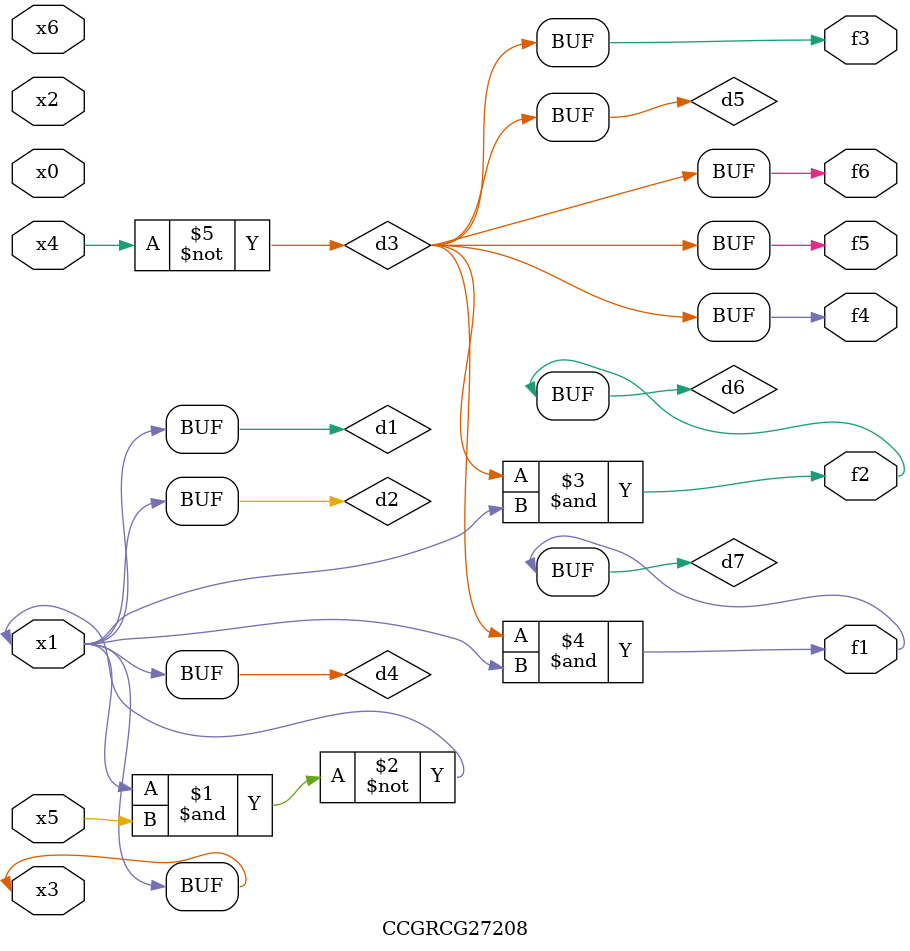
<source format=v>
module CCGRCG27208(
	input x0, x1, x2, x3, x4, x5, x6,
	output f1, f2, f3, f4, f5, f6
);

	wire d1, d2, d3, d4, d5, d6, d7;

	buf (d1, x1, x3);
	nand (d2, x1, x5);
	not (d3, x4);
	buf (d4, d1, d2);
	buf (d5, d3);
	and (d6, d3, d4);
	and (d7, d3, d4);
	assign f1 = d7;
	assign f2 = d6;
	assign f3 = d5;
	assign f4 = d5;
	assign f5 = d5;
	assign f6 = d5;
endmodule

</source>
